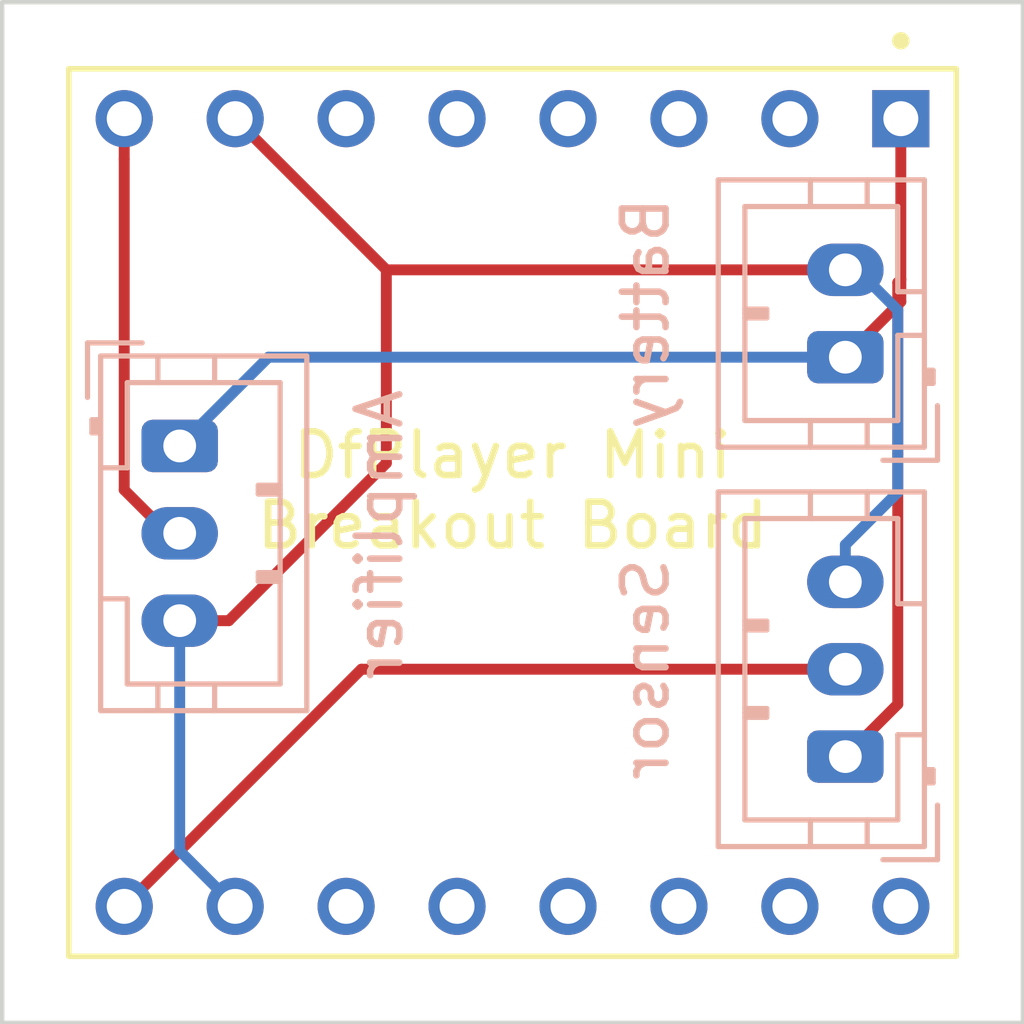
<source format=kicad_pcb>
(kicad_pcb (version 20171130) (host pcbnew "(5.1.2)-2")

  (general
    (thickness 1.6)
    (drawings 5)
    (tracks 27)
    (zones 0)
    (modules 4)
    (nets 5)
  )

  (page A4)
  (layers
    (0 F.Cu signal)
    (31 B.Cu signal)
    (32 B.Adhes user)
    (33 F.Adhes user)
    (34 B.Paste user)
    (35 F.Paste user)
    (36 B.SilkS user)
    (37 F.SilkS user)
    (38 B.Mask user)
    (39 F.Mask user)
    (40 Dwgs.User user)
    (41 Cmts.User user)
    (42 Eco1.User user)
    (43 Eco2.User user)
    (44 Edge.Cuts user)
    (45 Margin user)
    (46 B.CrtYd user)
    (47 F.CrtYd user)
    (48 B.Fab user)
    (49 F.Fab user)
  )

  (setup
    (last_trace_width 0.25)
    (trace_clearance 0.2)
    (zone_clearance 0.508)
    (zone_45_only no)
    (trace_min 0.2)
    (via_size 0.8)
    (via_drill 0.4)
    (via_min_size 0.4)
    (via_min_drill 0.3)
    (uvia_size 0.3)
    (uvia_drill 0.1)
    (uvias_allowed no)
    (uvia_min_size 0.2)
    (uvia_min_drill 0.1)
    (edge_width 0.1)
    (segment_width 0.2)
    (pcb_text_width 0.3)
    (pcb_text_size 1.5 1.5)
    (mod_edge_width 0.15)
    (mod_text_size 1 1)
    (mod_text_width 0.15)
    (pad_size 1.524 1.524)
    (pad_drill 0.762)
    (pad_to_mask_clearance 0)
    (aux_axis_origin 0 0)
    (visible_elements 7FFFFFFF)
    (pcbplotparams
      (layerselection 0x010fc_ffffffff)
      (usegerberextensions false)
      (usegerberattributes false)
      (usegerberadvancedattributes false)
      (creategerberjobfile false)
      (excludeedgelayer true)
      (linewidth 0.100000)
      (plotframeref false)
      (viasonmask false)
      (mode 1)
      (useauxorigin false)
      (hpglpennumber 1)
      (hpglpenspeed 20)
      (hpglpendiameter 15.000000)
      (psnegative false)
      (psa4output false)
      (plotreference true)
      (plotvalue true)
      (plotinvisibletext false)
      (padsonsilk false)
      (subtractmaskfromsilk false)
      (outputformat 1)
      (mirror false)
      (drillshape 1)
      (scaleselection 1)
      (outputdirectory ""))
  )

  (net 0 "")
  (net 1 +3V3)
  (net 2 "Net-(JA1-Pad2)")
  (net 3 GND)
  (net 4 "Net-(JCS1-Pad2)")

  (net_class Default "This is the default net class."
    (clearance 0.2)
    (trace_width 0.25)
    (via_dia 0.8)
    (via_drill 0.4)
    (uvia_dia 0.3)
    (uvia_drill 0.1)
    (add_net +3V3)
    (add_net GND)
    (add_net "Net-(JA1-Pad2)")
    (add_net "Net-(JCS1-Pad2)")
    (add_net "Net-(U1-Pad11)")
    (add_net "Net-(U1-Pad12)")
    (add_net "Net-(U1-Pad13)")
    (add_net "Net-(U1-Pad14)")
    (add_net "Net-(U1-Pad15)")
    (add_net "Net-(U1-Pad16)")
    (add_net "Net-(U1-Pad2)")
    (add_net "Net-(U1-Pad3)")
    (add_net "Net-(U1-Pad4)")
    (add_net "Net-(U1-Pad5)")
    (add_net "Net-(U1-Pad6)")
  )

  (module dfr0299:MODULE_DFR0299 (layer F.Cu) (tedit 5E591AAC) (tstamp 5E594034)
    (at 130.556 105.156 270)
    (path /5E591EC2)
    (fp_text reference U1 (at -2.032 -1.524 180) (layer F.SilkS) hide
      (effects (font (size 1 1) (thickness 0.015)))
    )
    (fp_text value DFR0299 (at -1.51 11.065 90) (layer F.Fab)
      (effects (font (size 1 1) (thickness 0.015)))
    )
    (fp_circle (center -10.8 -8.89) (end -10.7 -8.89) (layer F.SilkS) (width 0.2))
    (fp_circle (center -10.8 -8.89) (end -10.7 -8.89) (layer F.Fab) (width 0.2))
    (fp_line (start -10.41 10.41) (end -10.41 -10.41) (layer F.CrtYd) (width 0.05))
    (fp_line (start 10.41 10.41) (end -10.41 10.41) (layer F.CrtYd) (width 0.05))
    (fp_line (start 10.41 -10.41) (end 10.41 10.41) (layer F.CrtYd) (width 0.05))
    (fp_line (start -10.41 -10.41) (end 10.41 -10.41) (layer F.CrtYd) (width 0.05))
    (fp_line (start -10.16 -10.16) (end 10.16 -10.16) (layer F.Fab) (width 0.127))
    (fp_line (start -10.16 10.16) (end -10.16 -10.16) (layer F.Fab) (width 0.127))
    (fp_line (start 10.16 10.16) (end -10.16 10.16) (layer F.Fab) (width 0.127))
    (fp_line (start 10.16 -10.16) (end 10.16 10.16) (layer F.Fab) (width 0.127))
    (fp_line (start 10.16 10.16) (end -10.16 10.16) (layer F.SilkS) (width 0.127))
    (fp_line (start 10.16 -10.16) (end 10.16 10.16) (layer F.SilkS) (width 0.127))
    (fp_line (start -10.16 -10.16) (end 10.16 -10.16) (layer F.SilkS) (width 0.127))
    (fp_line (start -10.16 10.16) (end -10.16 -10.16) (layer F.SilkS) (width 0.127))
    (pad 9 thru_hole circle (at 9.017 8.89 270) (size 1.308 1.308) (drill 0.8) (layers *.Cu *.Mask)
      (net 4 "Net-(JCS1-Pad2)"))
    (pad 8 thru_hole circle (at -9.017 8.89 270) (size 1.308 1.308) (drill 0.8) (layers *.Cu *.Mask)
      (net 2 "Net-(JA1-Pad2)"))
    (pad 16 thru_hole circle (at 9.017 -8.89 270) (size 1.308 1.308) (drill 0.8) (layers *.Cu *.Mask))
    (pad 1 thru_hole rect (at -9.017 -8.89 270) (size 1.308 1.308) (drill 0.8) (layers *.Cu *.Mask)
      (net 1 +3V3))
    (pad 10 thru_hole circle (at 9.017 6.35 270) (size 1.308 1.308) (drill 0.8) (layers *.Cu *.Mask)
      (net 3 GND))
    (pad 7 thru_hole circle (at -9.017 6.35 270) (size 1.308 1.308) (drill 0.8) (layers *.Cu *.Mask)
      (net 3 GND))
    (pad 15 thru_hole circle (at 9.017 -6.35 270) (size 1.308 1.308) (drill 0.8) (layers *.Cu *.Mask))
    (pad 2 thru_hole circle (at -9.017 -6.35 270) (size 1.308 1.308) (drill 0.8) (layers *.Cu *.Mask))
    (pad 11 thru_hole circle (at 9.017 3.81 270) (size 1.308 1.308) (drill 0.8) (layers *.Cu *.Mask))
    (pad 14 thru_hole circle (at 9.017 -3.81 270) (size 1.308 1.308) (drill 0.8) (layers *.Cu *.Mask))
    (pad 3 thru_hole circle (at -9.017 -3.81 270) (size 1.308 1.308) (drill 0.8) (layers *.Cu *.Mask))
    (pad 6 thru_hole circle (at -9.017 3.81 270) (size 1.308 1.308) (drill 0.8) (layers *.Cu *.Mask))
    (pad 12 thru_hole circle (at 9.017 1.27 270) (size 1.308 1.308) (drill 0.8) (layers *.Cu *.Mask))
    (pad 13 thru_hole circle (at 9.017 -1.27 270) (size 1.308 1.308) (drill 0.8) (layers *.Cu *.Mask))
    (pad 5 thru_hole circle (at -9.017 1.27 270) (size 1.308 1.308) (drill 0.8) (layers *.Cu *.Mask))
    (pad 4 thru_hole circle (at -9.017 -1.27 270) (size 1.308 1.308) (drill 0.8) (layers *.Cu *.Mask))
  )

  (module Connector_JST:JST_PH_B3B-PH-K_1x03_P2.00mm_Vertical (layer B.Cu) (tedit 5B7745C2) (tstamp 5E594012)
    (at 138.176 110.744 90)
    (descr "JST PH series connector, B3B-PH-K (http://www.jst-mfg.com/product/pdf/eng/ePH.pdf), generated with kicad-footprint-generator")
    (tags "connector JST PH side entry")
    (path /5E5C5D40)
    (fp_text reference Sensor (at 2 -4.572 270) (layer B.SilkS)
      (effects (font (size 1 1) (thickness 0.15)) (justify mirror))
    )
    (fp_text value Conn_01x03_Male (at 2 -4 90) (layer B.Fab)
      (effects (font (size 1 1) (thickness 0.15)) (justify mirror))
    )
    (fp_line (start -2.06 1.81) (end -2.06 -2.91) (layer B.SilkS) (width 0.12))
    (fp_line (start -2.06 -2.91) (end 6.06 -2.91) (layer B.SilkS) (width 0.12))
    (fp_line (start 6.06 -2.91) (end 6.06 1.81) (layer B.SilkS) (width 0.12))
    (fp_line (start 6.06 1.81) (end -2.06 1.81) (layer B.SilkS) (width 0.12))
    (fp_line (start -0.3 1.81) (end -0.3 2.01) (layer B.SilkS) (width 0.12))
    (fp_line (start -0.3 2.01) (end -0.6 2.01) (layer B.SilkS) (width 0.12))
    (fp_line (start -0.6 2.01) (end -0.6 1.81) (layer B.SilkS) (width 0.12))
    (fp_line (start -0.3 1.91) (end -0.6 1.91) (layer B.SilkS) (width 0.12))
    (fp_line (start 0.5 1.81) (end 0.5 1.2) (layer B.SilkS) (width 0.12))
    (fp_line (start 0.5 1.2) (end -1.45 1.2) (layer B.SilkS) (width 0.12))
    (fp_line (start -1.45 1.2) (end -1.45 -2.3) (layer B.SilkS) (width 0.12))
    (fp_line (start -1.45 -2.3) (end 5.45 -2.3) (layer B.SilkS) (width 0.12))
    (fp_line (start 5.45 -2.3) (end 5.45 1.2) (layer B.SilkS) (width 0.12))
    (fp_line (start 5.45 1.2) (end 3.5 1.2) (layer B.SilkS) (width 0.12))
    (fp_line (start 3.5 1.2) (end 3.5 1.81) (layer B.SilkS) (width 0.12))
    (fp_line (start -2.06 0.5) (end -1.45 0.5) (layer B.SilkS) (width 0.12))
    (fp_line (start -2.06 -0.8) (end -1.45 -0.8) (layer B.SilkS) (width 0.12))
    (fp_line (start 6.06 0.5) (end 5.45 0.5) (layer B.SilkS) (width 0.12))
    (fp_line (start 6.06 -0.8) (end 5.45 -0.8) (layer B.SilkS) (width 0.12))
    (fp_line (start 0.9 -2.3) (end 0.9 -1.8) (layer B.SilkS) (width 0.12))
    (fp_line (start 0.9 -1.8) (end 1.1 -1.8) (layer B.SilkS) (width 0.12))
    (fp_line (start 1.1 -1.8) (end 1.1 -2.3) (layer B.SilkS) (width 0.12))
    (fp_line (start 1 -2.3) (end 1 -1.8) (layer B.SilkS) (width 0.12))
    (fp_line (start 2.9 -2.3) (end 2.9 -1.8) (layer B.SilkS) (width 0.12))
    (fp_line (start 2.9 -1.8) (end 3.1 -1.8) (layer B.SilkS) (width 0.12))
    (fp_line (start 3.1 -1.8) (end 3.1 -2.3) (layer B.SilkS) (width 0.12))
    (fp_line (start 3 -2.3) (end 3 -1.8) (layer B.SilkS) (width 0.12))
    (fp_line (start -1.11 2.11) (end -2.36 2.11) (layer B.SilkS) (width 0.12))
    (fp_line (start -2.36 2.11) (end -2.36 0.86) (layer B.SilkS) (width 0.12))
    (fp_line (start -1.11 2.11) (end -2.36 2.11) (layer B.Fab) (width 0.1))
    (fp_line (start -2.36 2.11) (end -2.36 0.86) (layer B.Fab) (width 0.1))
    (fp_line (start -1.95 1.7) (end -1.95 -2.8) (layer B.Fab) (width 0.1))
    (fp_line (start -1.95 -2.8) (end 5.95 -2.8) (layer B.Fab) (width 0.1))
    (fp_line (start 5.95 -2.8) (end 5.95 1.7) (layer B.Fab) (width 0.1))
    (fp_line (start 5.95 1.7) (end -1.95 1.7) (layer B.Fab) (width 0.1))
    (fp_line (start -2.45 2.2) (end -2.45 -3.3) (layer B.CrtYd) (width 0.05))
    (fp_line (start -2.45 -3.3) (end 6.45 -3.3) (layer B.CrtYd) (width 0.05))
    (fp_line (start 6.45 -3.3) (end 6.45 2.2) (layer B.CrtYd) (width 0.05))
    (fp_line (start 6.45 2.2) (end -2.45 2.2) (layer B.CrtYd) (width 0.05))
    (fp_text user %R (at 2 -1.5 90) (layer B.Fab)
      (effects (font (size 1 1) (thickness 0.15)) (justify mirror))
    )
    (pad 1 thru_hole roundrect (at 0 0 90) (size 1.2 1.75) (drill 0.75) (layers *.Cu *.Mask) (roundrect_rratio 0.208333)
      (net 1 +3V3))
    (pad 2 thru_hole oval (at 2 0 90) (size 1.2 1.75) (drill 0.75) (layers *.Cu *.Mask)
      (net 4 "Net-(JCS1-Pad2)"))
    (pad 3 thru_hole oval (at 4 0 90) (size 1.2 1.75) (drill 0.75) (layers *.Cu *.Mask)
      (net 3 GND))
    (model ${KISYS3DMOD}/Connector_JST.3dshapes/JST_PH_B3B-PH-K_1x03_P2.00mm_Vertical.wrl
      (at (xyz 0 0 0))
      (scale (xyz 1 1 1))
      (rotate (xyz 0 0 0))
    )
  )

  (module Connector_JST:JST_PH_B2B-PH-K_1x02_P2.00mm_Vertical (layer B.Cu) (tedit 5B7745C2) (tstamp 5E593FE3)
    (at 138.176 101.6 90)
    (descr "JST PH series connector, B2B-PH-K (http://www.jst-mfg.com/product/pdf/eng/ePH.pdf), generated with kicad-footprint-generator")
    (tags "connector JST PH side entry")
    (path /5E59BE7C)
    (fp_text reference Battery (at 1 -4.572 270) (layer B.SilkS)
      (effects (font (size 1 1) (thickness 0.15)) (justify mirror))
    )
    (fp_text value Conn_01x02_Male (at 1 -4 270) (layer B.Fab)
      (effects (font (size 1 1) (thickness 0.15)) (justify mirror))
    )
    (fp_line (start -2.06 1.81) (end -2.06 -2.91) (layer B.SilkS) (width 0.12))
    (fp_line (start -2.06 -2.91) (end 4.06 -2.91) (layer B.SilkS) (width 0.12))
    (fp_line (start 4.06 -2.91) (end 4.06 1.81) (layer B.SilkS) (width 0.12))
    (fp_line (start 4.06 1.81) (end -2.06 1.81) (layer B.SilkS) (width 0.12))
    (fp_line (start -0.3 1.81) (end -0.3 2.01) (layer B.SilkS) (width 0.12))
    (fp_line (start -0.3 2.01) (end -0.6 2.01) (layer B.SilkS) (width 0.12))
    (fp_line (start -0.6 2.01) (end -0.6 1.81) (layer B.SilkS) (width 0.12))
    (fp_line (start -0.3 1.91) (end -0.6 1.91) (layer B.SilkS) (width 0.12))
    (fp_line (start 0.5 1.81) (end 0.5 1.2) (layer B.SilkS) (width 0.12))
    (fp_line (start 0.5 1.2) (end -1.45 1.2) (layer B.SilkS) (width 0.12))
    (fp_line (start -1.45 1.2) (end -1.45 -2.3) (layer B.SilkS) (width 0.12))
    (fp_line (start -1.45 -2.3) (end 3.45 -2.3) (layer B.SilkS) (width 0.12))
    (fp_line (start 3.45 -2.3) (end 3.45 1.2) (layer B.SilkS) (width 0.12))
    (fp_line (start 3.45 1.2) (end 1.5 1.2) (layer B.SilkS) (width 0.12))
    (fp_line (start 1.5 1.2) (end 1.5 1.81) (layer B.SilkS) (width 0.12))
    (fp_line (start -2.06 0.5) (end -1.45 0.5) (layer B.SilkS) (width 0.12))
    (fp_line (start -2.06 -0.8) (end -1.45 -0.8) (layer B.SilkS) (width 0.12))
    (fp_line (start 4.06 0.5) (end 3.45 0.5) (layer B.SilkS) (width 0.12))
    (fp_line (start 4.06 -0.8) (end 3.45 -0.8) (layer B.SilkS) (width 0.12))
    (fp_line (start 0.9 -2.3) (end 0.9 -1.8) (layer B.SilkS) (width 0.12))
    (fp_line (start 0.9 -1.8) (end 1.1 -1.8) (layer B.SilkS) (width 0.12))
    (fp_line (start 1.1 -1.8) (end 1.1 -2.3) (layer B.SilkS) (width 0.12))
    (fp_line (start 1 -2.3) (end 1 -1.8) (layer B.SilkS) (width 0.12))
    (fp_line (start -1.11 2.11) (end -2.36 2.11) (layer B.SilkS) (width 0.12))
    (fp_line (start -2.36 2.11) (end -2.36 0.86) (layer B.SilkS) (width 0.12))
    (fp_line (start -1.11 2.11) (end -2.36 2.11) (layer B.Fab) (width 0.1))
    (fp_line (start -2.36 2.11) (end -2.36 0.86) (layer B.Fab) (width 0.1))
    (fp_line (start -1.95 1.7) (end -1.95 -2.8) (layer B.Fab) (width 0.1))
    (fp_line (start -1.95 -2.8) (end 3.95 -2.8) (layer B.Fab) (width 0.1))
    (fp_line (start 3.95 -2.8) (end 3.95 1.7) (layer B.Fab) (width 0.1))
    (fp_line (start 3.95 1.7) (end -1.95 1.7) (layer B.Fab) (width 0.1))
    (fp_line (start -2.45 2.2) (end -2.45 -3.3) (layer B.CrtYd) (width 0.05))
    (fp_line (start -2.45 -3.3) (end 4.45 -3.3) (layer B.CrtYd) (width 0.05))
    (fp_line (start 4.45 -3.3) (end 4.45 2.2) (layer B.CrtYd) (width 0.05))
    (fp_line (start 4.45 2.2) (end -2.45 2.2) (layer B.CrtYd) (width 0.05))
    (fp_text user %R (at 1 -1.5 270) (layer B.Fab)
      (effects (font (size 1 1) (thickness 0.15)) (justify mirror))
    )
    (pad 1 thru_hole roundrect (at 0 0 90) (size 1.2 1.75) (drill 0.75) (layers *.Cu *.Mask) (roundrect_rratio 0.208333)
      (net 1 +3V3))
    (pad 2 thru_hole oval (at 2 0 90) (size 1.2 1.75) (drill 0.75) (layers *.Cu *.Mask)
      (net 3 GND))
    (model ${KISYS3DMOD}/Connector_JST.3dshapes/JST_PH_B2B-PH-K_1x02_P2.00mm_Vertical.wrl
      (at (xyz 0 0 0))
      (scale (xyz 1 1 1))
      (rotate (xyz 0 0 0))
    )
  )

  (module Connector_JST:JST_PH_B3B-PH-K_1x03_P2.00mm_Vertical (layer B.Cu) (tedit 5B7745C2) (tstamp 5E593FB9)
    (at 122.936 103.632 270)
    (descr "JST PH series connector, B3B-PH-K (http://www.jst-mfg.com/product/pdf/eng/ePH.pdf), generated with kicad-footprint-generator")
    (tags "connector JST PH side entry")
    (path /5E59CD45)
    (fp_text reference Amplifier (at 2.032 -4.572 270) (layer B.SilkS)
      (effects (font (size 1 1) (thickness 0.15)) (justify mirror))
    )
    (fp_text value Conn_01x03_Male (at 2 -4 270) (layer B.Fab)
      (effects (font (size 1 1) (thickness 0.15)) (justify mirror))
    )
    (fp_text user %R (at 2 -1.5 270) (layer B.Fab)
      (effects (font (size 1 1) (thickness 0.15)) (justify mirror))
    )
    (fp_line (start 6.45 2.2) (end -2.45 2.2) (layer B.CrtYd) (width 0.05))
    (fp_line (start 6.45 -3.3) (end 6.45 2.2) (layer B.CrtYd) (width 0.05))
    (fp_line (start -2.45 -3.3) (end 6.45 -3.3) (layer B.CrtYd) (width 0.05))
    (fp_line (start -2.45 2.2) (end -2.45 -3.3) (layer B.CrtYd) (width 0.05))
    (fp_line (start 5.95 1.7) (end -1.95 1.7) (layer B.Fab) (width 0.1))
    (fp_line (start 5.95 -2.8) (end 5.95 1.7) (layer B.Fab) (width 0.1))
    (fp_line (start -1.95 -2.8) (end 5.95 -2.8) (layer B.Fab) (width 0.1))
    (fp_line (start -1.95 1.7) (end -1.95 -2.8) (layer B.Fab) (width 0.1))
    (fp_line (start -2.36 2.11) (end -2.36 0.86) (layer B.Fab) (width 0.1))
    (fp_line (start -1.11 2.11) (end -2.36 2.11) (layer B.Fab) (width 0.1))
    (fp_line (start -2.36 2.11) (end -2.36 0.86) (layer B.SilkS) (width 0.12))
    (fp_line (start -1.11 2.11) (end -2.36 2.11) (layer B.SilkS) (width 0.12))
    (fp_line (start 3 -2.3) (end 3 -1.8) (layer B.SilkS) (width 0.12))
    (fp_line (start 3.1 -1.8) (end 3.1 -2.3) (layer B.SilkS) (width 0.12))
    (fp_line (start 2.9 -1.8) (end 3.1 -1.8) (layer B.SilkS) (width 0.12))
    (fp_line (start 2.9 -2.3) (end 2.9 -1.8) (layer B.SilkS) (width 0.12))
    (fp_line (start 1 -2.3) (end 1 -1.8) (layer B.SilkS) (width 0.12))
    (fp_line (start 1.1 -1.8) (end 1.1 -2.3) (layer B.SilkS) (width 0.12))
    (fp_line (start 0.9 -1.8) (end 1.1 -1.8) (layer B.SilkS) (width 0.12))
    (fp_line (start 0.9 -2.3) (end 0.9 -1.8) (layer B.SilkS) (width 0.12))
    (fp_line (start 6.06 -0.8) (end 5.45 -0.8) (layer B.SilkS) (width 0.12))
    (fp_line (start 6.06 0.5) (end 5.45 0.5) (layer B.SilkS) (width 0.12))
    (fp_line (start -2.06 -0.8) (end -1.45 -0.8) (layer B.SilkS) (width 0.12))
    (fp_line (start -2.06 0.5) (end -1.45 0.5) (layer B.SilkS) (width 0.12))
    (fp_line (start 3.5 1.2) (end 3.5 1.81) (layer B.SilkS) (width 0.12))
    (fp_line (start 5.45 1.2) (end 3.5 1.2) (layer B.SilkS) (width 0.12))
    (fp_line (start 5.45 -2.3) (end 5.45 1.2) (layer B.SilkS) (width 0.12))
    (fp_line (start -1.45 -2.3) (end 5.45 -2.3) (layer B.SilkS) (width 0.12))
    (fp_line (start -1.45 1.2) (end -1.45 -2.3) (layer B.SilkS) (width 0.12))
    (fp_line (start 0.5 1.2) (end -1.45 1.2) (layer B.SilkS) (width 0.12))
    (fp_line (start 0.5 1.81) (end 0.5 1.2) (layer B.SilkS) (width 0.12))
    (fp_line (start -0.3 1.91) (end -0.6 1.91) (layer B.SilkS) (width 0.12))
    (fp_line (start -0.6 2.01) (end -0.6 1.81) (layer B.SilkS) (width 0.12))
    (fp_line (start -0.3 2.01) (end -0.6 2.01) (layer B.SilkS) (width 0.12))
    (fp_line (start -0.3 1.81) (end -0.3 2.01) (layer B.SilkS) (width 0.12))
    (fp_line (start 6.06 1.81) (end -2.06 1.81) (layer B.SilkS) (width 0.12))
    (fp_line (start 6.06 -2.91) (end 6.06 1.81) (layer B.SilkS) (width 0.12))
    (fp_line (start -2.06 -2.91) (end 6.06 -2.91) (layer B.SilkS) (width 0.12))
    (fp_line (start -2.06 1.81) (end -2.06 -2.91) (layer B.SilkS) (width 0.12))
    (pad 3 thru_hole oval (at 4 0 270) (size 1.2 1.75) (drill 0.75) (layers *.Cu *.Mask)
      (net 3 GND))
    (pad 2 thru_hole oval (at 2 0 270) (size 1.2 1.75) (drill 0.75) (layers *.Cu *.Mask)
      (net 2 "Net-(JA1-Pad2)"))
    (pad 1 thru_hole roundrect (at 0 0 270) (size 1.2 1.75) (drill 0.75) (layers *.Cu *.Mask) (roundrect_rratio 0.208333)
      (net 1 +3V3))
    (model ${KISYS3DMOD}/Connector_JST.3dshapes/JST_PH_B3B-PH-K_1x03_P2.00mm_Vertical.wrl
      (at (xyz 0 0 0))
      (scale (xyz 1 1 1))
      (rotate (xyz 0 0 0))
    )
  )

  (gr_text "DfPlayer Mini\nBreakout Board" (at 130.556 104.648) (layer F.SilkS)
    (effects (font (size 1 1) (thickness 0.15)))
  )
  (gr_line (start 142.24 116.84) (end 142.24 93.472) (layer Edge.Cuts) (width 0.1))
  (gr_line (start 118.872 116.84) (end 142.24 116.84) (layer Edge.Cuts) (width 0.1))
  (gr_line (start 118.872 93.472) (end 118.872 116.84) (layer Edge.Cuts) (width 0.1))
  (gr_line (start 142.24 93.472) (end 118.872 93.472) (layer Edge.Cuts) (width 0.1))

  (segment (start 138.176 101.6) (end 139.446 100.33) (width 0.25) (layer F.Cu) (net 1))
  (segment (start 139.37601 99.89199) (end 139.446 99.822) (width 0.25) (layer F.Cu) (net 1))
  (segment (start 138.176 110.744) (end 139.37601 109.54399) (width 0.25) (layer F.Cu) (net 1))
  (segment (start 139.446 100.33) (end 139.446 99.822) (width 0.25) (layer F.Cu) (net 1))
  (segment (start 139.446 99.822) (end 139.446 96.139) (width 0.25) (layer F.Cu) (net 1))
  (segment (start 139.37601 109.54399) (end 139.37601 103.81601) (width 0.25) (layer F.Cu) (net 1))
  (segment (start 139.37601 103.81601) (end 139.37601 99.89199) (width 0.25) (layer F.Cu) (net 1))
  (segment (start 124.968 101.6) (end 122.936 103.632) (width 0.25) (layer B.Cu) (net 1))
  (segment (start 138.176 101.6) (end 124.968 101.6) (width 0.25) (layer B.Cu) (net 1))
  (segment (start 121.666 97.063895) (end 121.666 96.139) (width 0.25) (layer F.Cu) (net 2))
  (segment (start 121.666 104.637) (end 121.666 97.063895) (width 0.25) (layer F.Cu) (net 2))
  (segment (start 122.661 105.632) (end 121.666 104.637) (width 0.25) (layer F.Cu) (net 2))
  (segment (start 122.936 105.632) (end 122.661 105.632) (width 0.25) (layer F.Cu) (net 2))
  (segment (start 127.667 99.6) (end 124.206 96.139) (width 0.25) (layer F.Cu) (net 3))
  (segment (start 138.176 99.6) (end 127.667 99.6) (width 0.25) (layer F.Cu) (net 3))
  (segment (start 138.451 99.6) (end 138.176 99.6) (width 0.25) (layer B.Cu) (net 3))
  (segment (start 139.37601 100.52501) (end 138.451 99.6) (width 0.25) (layer B.Cu) (net 3))
  (segment (start 139.37601 104.69399) (end 139.37601 100.52501) (width 0.25) (layer B.Cu) (net 3))
  (segment (start 138.176 105.894) (end 139.37601 104.69399) (width 0.25) (layer B.Cu) (net 3))
  (segment (start 138.176 106.744) (end 138.176 105.894) (width 0.25) (layer B.Cu) (net 3))
  (segment (start 122.936 112.903) (end 124.206 114.173) (width 0.25) (layer B.Cu) (net 3))
  (segment (start 122.936 107.632) (end 122.936 112.903) (width 0.25) (layer B.Cu) (net 3))
  (segment (start 127.667 104.026) (end 127.667 99.6) (width 0.25) (layer F.Cu) (net 3))
  (segment (start 124.061 107.632) (end 127.667 104.026) (width 0.25) (layer F.Cu) (net 3))
  (segment (start 122.936 107.632) (end 124.061 107.632) (width 0.25) (layer F.Cu) (net 3))
  (segment (start 127.095 108.744) (end 138.176 108.744) (width 0.25) (layer F.Cu) (net 4))
  (segment (start 121.666 114.173) (end 127.095 108.744) (width 0.25) (layer F.Cu) (net 4))

)

</source>
